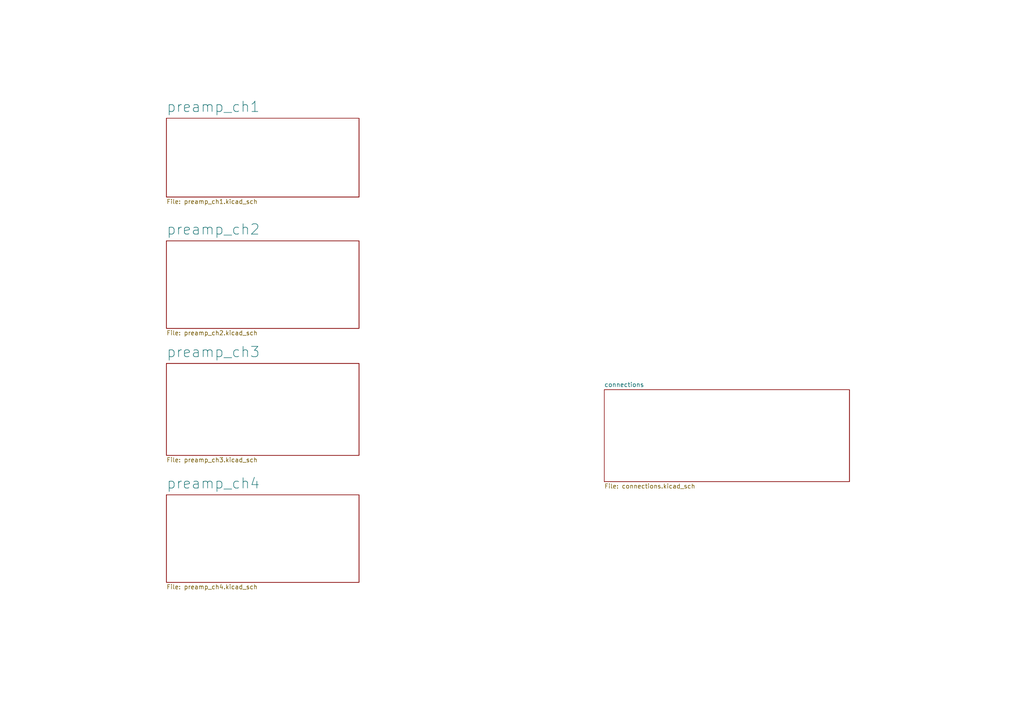
<source format=kicad_sch>
(kicad_sch (version 20230121) (generator eeschema)
  (paper "A4")
  (lib_symbols)
  (sheet (at 48.26 143.51) (size 55.88 25.4) (stroke (width 0.1524))
    (property "Sheetname" "preamp_ch4" (at 48.26 141.9334 0) (effects (font (size 3 3)) (justify left bottom)))
    (property "Sheetfile" "preamp_ch4.kicad_sch" (at 48.26 169.4946 0) (effects (justify left top)))
  )
  (sheet (at 175.26 113.03) (size 71.12 26.67) (stroke (width 0.1524))
    (property "Sheetname" "connections" (at 175.26 112.3184 0) (effects (justify left bottom)))
    (property "Sheetfile" "connections.kicad_sch" (at 175.26 140.2846 0) (effects (justify left top)))
  )
  (sheet (at 48.26 69.85) (size 55.88 25.4) (stroke (width 0.1524))
    (property "Sheetname" "preamp_ch2" (at 48.26 68.2734 0) (effects (font (size 3 3)) (justify left bottom)))
    (property "Sheetfile" "preamp_ch2.kicad_sch" (at 48.26 95.8346 0) (effects (justify left top)))
  )
  (sheet (at 48.26 34.29) (size 55.88 22.86) (stroke (width 0.1524))
    (property "Sheetname" "preamp_ch1" (at 48.26 32.7134 0) (effects (font (size 3 3)) (justify left bottom)))
    (property "Sheetfile" "preamp_ch1.kicad_sch" (at 48.26 57.7346 0) (effects (justify left top)))
  )
  (sheet (at 48.26 105.41) (size 55.88 26.67) (stroke (width 0.1524))
    (property "Sheetname" "preamp_ch3" (at 48.26 103.8334 0) (effects (font (size 3 3)) (justify left bottom)))
    (property "Sheetfile" "preamp_ch3.kicad_sch" (at 48.26 132.6646 0) (effects (justify left top)))
  )
)
</source>
